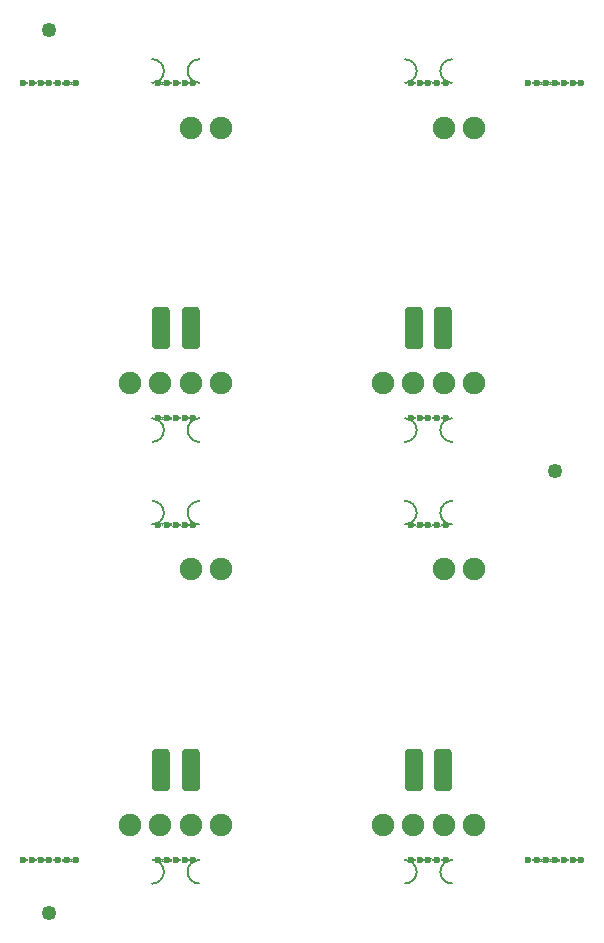
<source format=gbs>
G04 #@! TF.GenerationSoftware,KiCad,Pcbnew,(7.0.0-0)*
G04 #@! TF.CreationDate,2025-08-17T10:04:58+12:00*
G04 #@! TF.ProjectId,signal_panelized_X4,7369676e-616c-45f7-9061-6e656c697a65,rev?*
G04 #@! TF.SameCoordinates,Original*
G04 #@! TF.FileFunction,Soldermask,Bot*
G04 #@! TF.FilePolarity,Negative*
%FSLAX46Y46*%
G04 Gerber Fmt 4.6, Leading zero omitted, Abs format (unit mm)*
G04 Created by KiCad (PCBNEW (7.0.0-0)) date 2025-08-17 10:04:58*
%MOMM*%
%LPD*%
G01*
G04 APERTURE LIST*
G04 Aperture macros list*
%AMRoundRect*
0 Rectangle with rounded corners*
0 $1 Rounding radius*
0 $2 $3 $4 $5 $6 $7 $8 $9 X,Y pos of 4 corners*
0 Add a 4 corners polygon primitive as box body*
4,1,4,$2,$3,$4,$5,$6,$7,$8,$9,$2,$3,0*
0 Add four circle primitives for the rounded corners*
1,1,$1+$1,$2,$3*
1,1,$1+$1,$4,$5*
1,1,$1+$1,$6,$7*
1,1,$1+$1,$8,$9*
0 Add four rect primitives between the rounded corners*
20,1,$1+$1,$2,$3,$4,$5,0*
20,1,$1+$1,$4,$5,$6,$7,0*
20,1,$1+$1,$6,$7,$8,$9,0*
20,1,$1+$1,$8,$9,$2,$3,0*%
G04 Aperture macros list end*
G04 #@! TA.AperFunction,Profile*
%ADD10C,0.150000*%
G04 #@! TD*
%ADD11C,1.900000*%
%ADD12RoundRect,0.425000X-0.375000X-1.375000X0.375000X-1.375000X0.375000X1.375000X-0.375000X1.375000X0*%
%ADD13C,0.600000*%
%ADD14C,1.252000*%
G04 APERTURE END LIST*
D10*
X156050036Y-126850003D02*
G75*
G03*
X156050036Y-128850001I-19J-999999D01*
G01*
X152050000Y-128849998D02*
G75*
G03*
X152050000Y-126850002I20J999998D01*
G01*
X173449964Y-61049997D02*
G75*
G03*
X173449964Y-59049999I19J999999D01*
G01*
X177450000Y-59050002D02*
G75*
G03*
X177450000Y-61049998I-20J-999998D01*
G01*
X152049964Y-98449997D02*
G75*
G03*
X152049964Y-96449999I19J999999D01*
G01*
X156050000Y-96450002D02*
G75*
G03*
X156050000Y-98449998I-20J-999998D01*
G01*
X177450036Y-89450003D02*
G75*
G03*
X177450036Y-91450001I-19J-999999D01*
G01*
X173450000Y-91449998D02*
G75*
G03*
X173450000Y-89450002I20J999998D01*
G01*
X177450036Y-126850003D02*
G75*
G03*
X177450036Y-128850001I-19J-999999D01*
G01*
X173450000Y-128849998D02*
G75*
G03*
X173450000Y-126850002I20J999998D01*
G01*
X173449964Y-98449997D02*
G75*
G03*
X173449964Y-96449999I19J999999D01*
G01*
X177450000Y-96450002D02*
G75*
G03*
X177450000Y-98449998I-20J-999998D01*
G01*
X152049964Y-61049997D02*
G75*
G03*
X152049964Y-59049999I19J999999D01*
G01*
X156050000Y-59050002D02*
G75*
G03*
X156050000Y-61049998I-20J-999998D01*
G01*
X156050036Y-89450003D02*
G75*
G03*
X156050036Y-91450001I-19J-999999D01*
G01*
X152050000Y-91449998D02*
G75*
G03*
X152050000Y-89450002I20J999998D01*
G01*
D11*
X174120000Y-123850000D03*
X171580000Y-123850000D03*
X176780000Y-102250000D03*
X179320000Y-102250000D03*
D12*
X176700000Y-119200000D03*
X174200000Y-119200000D03*
D11*
X176780000Y-123850000D03*
X179320000Y-123850000D03*
X155380000Y-123850000D03*
X157920000Y-123850000D03*
X155380000Y-102250000D03*
X157920000Y-102250000D03*
X152720000Y-123850000D03*
X150180000Y-123850000D03*
D12*
X155300000Y-119200000D03*
X152800000Y-119200000D03*
D13*
X141100000Y-61050000D03*
X141850000Y-61050000D03*
X142600000Y-61050000D03*
X143350000Y-61050000D03*
X144100000Y-61050000D03*
X144850000Y-61050000D03*
X145600000Y-61050000D03*
X155550000Y-126850000D03*
X154800000Y-126850002D03*
X154050018Y-126850002D03*
X153300000Y-126850002D03*
X152550000Y-126850002D03*
D14*
X143350000Y-131350000D03*
D13*
X183900000Y-126850000D03*
X184650000Y-126850000D03*
X185400000Y-126850000D03*
X186150000Y-126850000D03*
X186900000Y-126850000D03*
X187650000Y-126850000D03*
X188400000Y-126850000D03*
D14*
X143350000Y-56550000D03*
D13*
X173950000Y-61050000D03*
X174700000Y-61049998D03*
X175449982Y-61049998D03*
X176200000Y-61049998D03*
X176950000Y-61049998D03*
X152550000Y-98450000D03*
X153300000Y-98449998D03*
X154049982Y-98449998D03*
X154800000Y-98449998D03*
X155550000Y-98449998D03*
D14*
X186150000Y-93950000D03*
D13*
X176950000Y-89450000D03*
X176200000Y-89450002D03*
X175450018Y-89450002D03*
X174700000Y-89450002D03*
X173950000Y-89450002D03*
X176950000Y-126850000D03*
X176200000Y-126850002D03*
X175450018Y-126850002D03*
X174700000Y-126850002D03*
X173950000Y-126850002D03*
X173950000Y-98450000D03*
X174700000Y-98449998D03*
X175449982Y-98449998D03*
X176200000Y-98449998D03*
X176950000Y-98449998D03*
X141100000Y-126850000D03*
X141850000Y-126850000D03*
X142600000Y-126850000D03*
X143350000Y-126850000D03*
X144100000Y-126850000D03*
X144850000Y-126850000D03*
X145600000Y-126850000D03*
X152550000Y-61050000D03*
X153300000Y-61049998D03*
X154049982Y-61049998D03*
X154800000Y-61049998D03*
X155550000Y-61049998D03*
X183900000Y-61050000D03*
X184650000Y-61050000D03*
X185400000Y-61050000D03*
X186150000Y-61050000D03*
X186900000Y-61050000D03*
X187650000Y-61050000D03*
X188400000Y-61050000D03*
X155550000Y-89450000D03*
X154800000Y-89450002D03*
X154050018Y-89450002D03*
X153300000Y-89450002D03*
X152550000Y-89450002D03*
D12*
X176700000Y-81800000D03*
X174200000Y-81800000D03*
D11*
X176780000Y-64850000D03*
X179320000Y-64850000D03*
X176780000Y-86450000D03*
X179320000Y-86450000D03*
X174120000Y-86450000D03*
X171580000Y-86450000D03*
D12*
X155300000Y-81800000D03*
X152800000Y-81800000D03*
D11*
X152720000Y-86450000D03*
X150180000Y-86450000D03*
X155380000Y-64850000D03*
X157920000Y-64850000D03*
X155380000Y-86450000D03*
X157920000Y-86450000D03*
G36*
X175210615Y-126675990D02*
G01*
X175210555Y-126677878D01*
X175170018Y-126748089D01*
X175152049Y-126850002D01*
X175170018Y-126951914D01*
X175210555Y-127022124D01*
X175210615Y-127024012D01*
X175209076Y-127025108D01*
X175207312Y-127024434D01*
X175197229Y-127012798D01*
X175196921Y-127012319D01*
X175188831Y-126994603D01*
X175142543Y-126941184D01*
X175075009Y-126921354D01*
X175007474Y-126941184D01*
X174961186Y-126994603D01*
X174953096Y-127012319D01*
X174952788Y-127012798D01*
X174942707Y-127024431D01*
X174940943Y-127025105D01*
X174939404Y-127024009D01*
X174939464Y-127022121D01*
X174979999Y-126951914D01*
X174997968Y-126850002D01*
X174979999Y-126748089D01*
X174939464Y-126677882D01*
X174939404Y-126675994D01*
X174940943Y-126674898D01*
X174942708Y-126675572D01*
X174952788Y-126687205D01*
X174953095Y-126687684D01*
X174961186Y-126705400D01*
X175007475Y-126758819D01*
X175075009Y-126778648D01*
X175142542Y-126758819D01*
X175188831Y-126705400D01*
X175196922Y-126687684D01*
X175197229Y-126687205D01*
X175207311Y-126675568D01*
X175209076Y-126674894D01*
X175210615Y-126675990D01*
G37*
G36*
X153810615Y-126675990D02*
G01*
X153810555Y-126677878D01*
X153770018Y-126748089D01*
X153752049Y-126850002D01*
X153770018Y-126951914D01*
X153810555Y-127022124D01*
X153810615Y-127024012D01*
X153809076Y-127025108D01*
X153807312Y-127024434D01*
X153797229Y-127012798D01*
X153796921Y-127012319D01*
X153788831Y-126994603D01*
X153742543Y-126941184D01*
X153675009Y-126921354D01*
X153607474Y-126941184D01*
X153561186Y-126994603D01*
X153553096Y-127012319D01*
X153552788Y-127012798D01*
X153542707Y-127024431D01*
X153540943Y-127025105D01*
X153539404Y-127024009D01*
X153539464Y-127022121D01*
X153579999Y-126951914D01*
X153597968Y-126850002D01*
X153579999Y-126748089D01*
X153539464Y-126677882D01*
X153539404Y-126675994D01*
X153540943Y-126674898D01*
X153542708Y-126675572D01*
X153552788Y-126687205D01*
X153553095Y-126687684D01*
X153561186Y-126705400D01*
X153607475Y-126758819D01*
X153675009Y-126778648D01*
X153742542Y-126758819D01*
X153788831Y-126705400D01*
X153796922Y-126687684D01*
X153797229Y-126687205D01*
X153807311Y-126675568D01*
X153809076Y-126674894D01*
X153810615Y-126675990D01*
G37*
G36*
X175960597Y-126675990D02*
G01*
X175960537Y-126677878D01*
X175920000Y-126748089D01*
X175902031Y-126850002D01*
X175920000Y-126951914D01*
X175960536Y-127022122D01*
X175960596Y-127024010D01*
X175959057Y-127025106D01*
X175957293Y-127024432D01*
X175947211Y-127012797D01*
X175946903Y-127012318D01*
X175938807Y-126994591D01*
X175904101Y-126949582D01*
X175853309Y-126924609D01*
X175796709Y-126924609D01*
X175745916Y-126949582D01*
X175711210Y-126994591D01*
X175703114Y-127012318D01*
X175702806Y-127012797D01*
X175692726Y-127024428D01*
X175690962Y-127025102D01*
X175689423Y-127024006D01*
X175689483Y-127022118D01*
X175730017Y-126951914D01*
X175747986Y-126850002D01*
X175730017Y-126748089D01*
X175689482Y-126677882D01*
X175689422Y-126675994D01*
X175690961Y-126674898D01*
X175692725Y-126675572D01*
X175702806Y-126687206D01*
X175703114Y-126687685D01*
X175711186Y-126705360D01*
X175757475Y-126758780D01*
X175825009Y-126778609D01*
X175892542Y-126758780D01*
X175938831Y-126705360D01*
X175946903Y-126687685D01*
X175947210Y-126687206D01*
X175957293Y-126675568D01*
X175959058Y-126674894D01*
X175960597Y-126675990D01*
G37*
G36*
X174460598Y-126675990D02*
G01*
X174460538Y-126677878D01*
X174420000Y-126748089D01*
X174402031Y-126850002D01*
X174420000Y-126951914D01*
X174460536Y-127022122D01*
X174460596Y-127024010D01*
X174459057Y-127025106D01*
X174457293Y-127024432D01*
X174447211Y-127012797D01*
X174446903Y-127012318D01*
X174438823Y-126994625D01*
X174392532Y-126941203D01*
X174325000Y-126921374D01*
X174257467Y-126941203D01*
X174211176Y-126994625D01*
X174203096Y-127012318D01*
X174202788Y-127012797D01*
X174192708Y-127024428D01*
X174190944Y-127025102D01*
X174189405Y-127024006D01*
X174189465Y-127022118D01*
X174229999Y-126951914D01*
X174247968Y-126850002D01*
X174229999Y-126748089D01*
X174189463Y-126677881D01*
X174189403Y-126675993D01*
X174190942Y-126674897D01*
X174192706Y-126675571D01*
X174202789Y-126687207D01*
X174203097Y-126687686D01*
X174211178Y-126705380D01*
X174257466Y-126758799D01*
X174324999Y-126778628D01*
X174392533Y-126758799D01*
X174438821Y-126705380D01*
X174446902Y-126687686D01*
X174447209Y-126687207D01*
X174457294Y-126675568D01*
X174459059Y-126674894D01*
X174460598Y-126675990D01*
G37*
G36*
X154560597Y-126675990D02*
G01*
X154560537Y-126677878D01*
X154520000Y-126748089D01*
X154502031Y-126850002D01*
X154520000Y-126951914D01*
X154560536Y-127022122D01*
X154560596Y-127024010D01*
X154559057Y-127025106D01*
X154557293Y-127024432D01*
X154547211Y-127012797D01*
X154546903Y-127012318D01*
X154538807Y-126994591D01*
X154504101Y-126949582D01*
X154453309Y-126924609D01*
X154396709Y-126924609D01*
X154345916Y-126949582D01*
X154311210Y-126994591D01*
X154303114Y-127012318D01*
X154302806Y-127012797D01*
X154292726Y-127024428D01*
X154290962Y-127025102D01*
X154289423Y-127024006D01*
X154289483Y-127022118D01*
X154330017Y-126951914D01*
X154347986Y-126850002D01*
X154330017Y-126748089D01*
X154289482Y-126677882D01*
X154289422Y-126675994D01*
X154290961Y-126674898D01*
X154292725Y-126675572D01*
X154302806Y-126687206D01*
X154303114Y-126687685D01*
X154311186Y-126705360D01*
X154357475Y-126758780D01*
X154425009Y-126778609D01*
X154492542Y-126758780D01*
X154538831Y-126705360D01*
X154546903Y-126687685D01*
X154547210Y-126687206D01*
X154557293Y-126675568D01*
X154559058Y-126674894D01*
X154560597Y-126675990D01*
G37*
G36*
X153060598Y-126675990D02*
G01*
X153060538Y-126677878D01*
X153020000Y-126748089D01*
X153002031Y-126850002D01*
X153020000Y-126951914D01*
X153060536Y-127022122D01*
X153060596Y-127024010D01*
X153059057Y-127025106D01*
X153057293Y-127024432D01*
X153047211Y-127012797D01*
X153046903Y-127012318D01*
X153038823Y-126994625D01*
X152992532Y-126941203D01*
X152925000Y-126921374D01*
X152857467Y-126941203D01*
X152811176Y-126994625D01*
X152803096Y-127012318D01*
X152802788Y-127012797D01*
X152792708Y-127024428D01*
X152790944Y-127025102D01*
X152789405Y-127024006D01*
X152789465Y-127022118D01*
X152829999Y-126951914D01*
X152847968Y-126850002D01*
X152829999Y-126748089D01*
X152789463Y-126677881D01*
X152789403Y-126675993D01*
X152790942Y-126674897D01*
X152792706Y-126675571D01*
X152802789Y-126687207D01*
X152803097Y-126687686D01*
X152811178Y-126705380D01*
X152857466Y-126758799D01*
X152924999Y-126778628D01*
X152992533Y-126758799D01*
X153038821Y-126705380D01*
X153046902Y-126687686D01*
X153047209Y-126687207D01*
X153057294Y-126675568D01*
X153059059Y-126674894D01*
X153060598Y-126675990D01*
G37*
G36*
X188160598Y-126675988D02*
G01*
X188160538Y-126677876D01*
X188120000Y-126748087D01*
X188102031Y-126849999D01*
X188120000Y-126951912D01*
X188160536Y-127022120D01*
X188160596Y-127024008D01*
X188159057Y-127025104D01*
X188157293Y-127024430D01*
X188147211Y-127012795D01*
X188146903Y-127012316D01*
X188138823Y-126994623D01*
X188092532Y-126941201D01*
X188025000Y-126921372D01*
X187957467Y-126941201D01*
X187911176Y-126994623D01*
X187903096Y-127012316D01*
X187902788Y-127012795D01*
X187892708Y-127024426D01*
X187890944Y-127025100D01*
X187889405Y-127024004D01*
X187889465Y-127022116D01*
X187929999Y-126951912D01*
X187947968Y-126849999D01*
X187929999Y-126748087D01*
X187889463Y-126677879D01*
X187889403Y-126675991D01*
X187890942Y-126674895D01*
X187892706Y-126675569D01*
X187902789Y-126687205D01*
X187903097Y-126687684D01*
X187911178Y-126705378D01*
X187957466Y-126758797D01*
X188024999Y-126778626D01*
X188092533Y-126758797D01*
X188138821Y-126705378D01*
X188146902Y-126687684D01*
X188147209Y-126687205D01*
X188157294Y-126675566D01*
X188159059Y-126674892D01*
X188160598Y-126675988D01*
G37*
G36*
X187410598Y-126675988D02*
G01*
X187410538Y-126677876D01*
X187370000Y-126748087D01*
X187352031Y-126849999D01*
X187370000Y-126951912D01*
X187410536Y-127022120D01*
X187410596Y-127024008D01*
X187409057Y-127025104D01*
X187407293Y-127024430D01*
X187397211Y-127012795D01*
X187396903Y-127012316D01*
X187388823Y-126994623D01*
X187342532Y-126941201D01*
X187275000Y-126921372D01*
X187207467Y-126941201D01*
X187161176Y-126994623D01*
X187153096Y-127012316D01*
X187152788Y-127012795D01*
X187142708Y-127024426D01*
X187140944Y-127025100D01*
X187139405Y-127024004D01*
X187139465Y-127022116D01*
X187179999Y-126951912D01*
X187197968Y-126849999D01*
X187179999Y-126748087D01*
X187139463Y-126677879D01*
X187139403Y-126675991D01*
X187140942Y-126674895D01*
X187142706Y-126675569D01*
X187152789Y-126687205D01*
X187153097Y-126687684D01*
X187161178Y-126705378D01*
X187207466Y-126758797D01*
X187274999Y-126778626D01*
X187342533Y-126758797D01*
X187388821Y-126705378D01*
X187396902Y-126687684D01*
X187397209Y-126687205D01*
X187407294Y-126675566D01*
X187409059Y-126674892D01*
X187410598Y-126675988D01*
G37*
G36*
X186660598Y-126675988D02*
G01*
X186660538Y-126677876D01*
X186620000Y-126748087D01*
X186602031Y-126849999D01*
X186620000Y-126951912D01*
X186660536Y-127022120D01*
X186660596Y-127024008D01*
X186659057Y-127025104D01*
X186657293Y-127024430D01*
X186647211Y-127012795D01*
X186646903Y-127012316D01*
X186638823Y-126994623D01*
X186592532Y-126941201D01*
X186525000Y-126921372D01*
X186457467Y-126941201D01*
X186411176Y-126994623D01*
X186403096Y-127012316D01*
X186402788Y-127012795D01*
X186392708Y-127024426D01*
X186390944Y-127025100D01*
X186389405Y-127024004D01*
X186389465Y-127022116D01*
X186429999Y-126951912D01*
X186447968Y-126849999D01*
X186429999Y-126748087D01*
X186389463Y-126677879D01*
X186389403Y-126675991D01*
X186390942Y-126674895D01*
X186392706Y-126675569D01*
X186402789Y-126687205D01*
X186403097Y-126687684D01*
X186411178Y-126705378D01*
X186457466Y-126758797D01*
X186524999Y-126778626D01*
X186592533Y-126758797D01*
X186638821Y-126705378D01*
X186646902Y-126687684D01*
X186647209Y-126687205D01*
X186657294Y-126675566D01*
X186659059Y-126674892D01*
X186660598Y-126675988D01*
G37*
G36*
X185910598Y-126675988D02*
G01*
X185910538Y-126677876D01*
X185870000Y-126748087D01*
X185852031Y-126849999D01*
X185870000Y-126951912D01*
X185910536Y-127022120D01*
X185910596Y-127024008D01*
X185909057Y-127025104D01*
X185907293Y-127024430D01*
X185897211Y-127012795D01*
X185896903Y-127012316D01*
X185888823Y-126994623D01*
X185842532Y-126941201D01*
X185775000Y-126921372D01*
X185707467Y-126941201D01*
X185661176Y-126994623D01*
X185653096Y-127012316D01*
X185652788Y-127012795D01*
X185642708Y-127024426D01*
X185640944Y-127025100D01*
X185639405Y-127024004D01*
X185639465Y-127022116D01*
X185679999Y-126951912D01*
X185697968Y-126849999D01*
X185679999Y-126748087D01*
X185639463Y-126677879D01*
X185639403Y-126675991D01*
X185640942Y-126674895D01*
X185642706Y-126675569D01*
X185652789Y-126687205D01*
X185653097Y-126687684D01*
X185661178Y-126705378D01*
X185707466Y-126758797D01*
X185774999Y-126778626D01*
X185842533Y-126758797D01*
X185888821Y-126705378D01*
X185896902Y-126687684D01*
X185897209Y-126687205D01*
X185907294Y-126675566D01*
X185909059Y-126674892D01*
X185910598Y-126675988D01*
G37*
G36*
X185160598Y-126675988D02*
G01*
X185160538Y-126677876D01*
X185120000Y-126748087D01*
X185102031Y-126849999D01*
X185120000Y-126951912D01*
X185160536Y-127022120D01*
X185160596Y-127024008D01*
X185159057Y-127025104D01*
X185157293Y-127024430D01*
X185147211Y-127012795D01*
X185146903Y-127012316D01*
X185138823Y-126994623D01*
X185092532Y-126941201D01*
X185025000Y-126921372D01*
X184957467Y-126941201D01*
X184911176Y-126994623D01*
X184903096Y-127012316D01*
X184902788Y-127012795D01*
X184892708Y-127024426D01*
X184890944Y-127025100D01*
X184889405Y-127024004D01*
X184889465Y-127022116D01*
X184929999Y-126951912D01*
X184947968Y-126849999D01*
X184929999Y-126748087D01*
X184889463Y-126677879D01*
X184889403Y-126675991D01*
X184890942Y-126674895D01*
X184892706Y-126675569D01*
X184902789Y-126687205D01*
X184903097Y-126687684D01*
X184911178Y-126705378D01*
X184957466Y-126758797D01*
X185024999Y-126778626D01*
X185092533Y-126758797D01*
X185138821Y-126705378D01*
X185146902Y-126687684D01*
X185147209Y-126687205D01*
X185157294Y-126675566D01*
X185159059Y-126674892D01*
X185160598Y-126675988D01*
G37*
G36*
X184410598Y-126675988D02*
G01*
X184410538Y-126677876D01*
X184370000Y-126748087D01*
X184352031Y-126849999D01*
X184370000Y-126951912D01*
X184410536Y-127022120D01*
X184410596Y-127024008D01*
X184409057Y-127025104D01*
X184407293Y-127024430D01*
X184397211Y-127012795D01*
X184396903Y-127012316D01*
X184388823Y-126994623D01*
X184342532Y-126941201D01*
X184275000Y-126921372D01*
X184207467Y-126941201D01*
X184161176Y-126994623D01*
X184153096Y-127012316D01*
X184152788Y-127012795D01*
X184142708Y-127024426D01*
X184140944Y-127025100D01*
X184139405Y-127024004D01*
X184139465Y-127022116D01*
X184179999Y-126951912D01*
X184197968Y-126849999D01*
X184179999Y-126748087D01*
X184139463Y-126677879D01*
X184139403Y-126675991D01*
X184140942Y-126674895D01*
X184142706Y-126675569D01*
X184152789Y-126687205D01*
X184153097Y-126687684D01*
X184161178Y-126705378D01*
X184207466Y-126758797D01*
X184274999Y-126778626D01*
X184342533Y-126758797D01*
X184388821Y-126705378D01*
X184396902Y-126687684D01*
X184397209Y-126687205D01*
X184407294Y-126675566D01*
X184409059Y-126674892D01*
X184410598Y-126675988D01*
G37*
G36*
X176710597Y-126675988D02*
G01*
X176710537Y-126677876D01*
X176670000Y-126748087D01*
X176652031Y-126849999D01*
X176670000Y-126951912D01*
X176710536Y-127022120D01*
X176710596Y-127024008D01*
X176709057Y-127025104D01*
X176707293Y-127024430D01*
X176697210Y-127012794D01*
X176696902Y-127012315D01*
X176688821Y-126994621D01*
X176642532Y-126941202D01*
X176574999Y-126921373D01*
X176507466Y-126941203D01*
X176461175Y-126994625D01*
X176453094Y-127012320D01*
X176452786Y-127012799D01*
X176442709Y-127024428D01*
X176440945Y-127025102D01*
X176439406Y-127024006D01*
X176439466Y-127022118D01*
X176479999Y-126951914D01*
X176497968Y-126850002D01*
X176479999Y-126748089D01*
X176439462Y-126677879D01*
X176439402Y-126675991D01*
X176440941Y-126674895D01*
X176442705Y-126675569D01*
X176452788Y-126687205D01*
X176453096Y-126687684D01*
X176461176Y-126705378D01*
X176507464Y-126758797D01*
X176574997Y-126778627D01*
X176642531Y-126758799D01*
X176688820Y-126705381D01*
X176696903Y-126687683D01*
X176697210Y-126687204D01*
X176707293Y-126675566D01*
X176709058Y-126674892D01*
X176710597Y-126675988D01*
G37*
G36*
X155310597Y-126675988D02*
G01*
X155310537Y-126677876D01*
X155270000Y-126748087D01*
X155252031Y-126849999D01*
X155270000Y-126951912D01*
X155310536Y-127022120D01*
X155310596Y-127024008D01*
X155309057Y-127025104D01*
X155307293Y-127024430D01*
X155297210Y-127012794D01*
X155296902Y-127012315D01*
X155288821Y-126994621D01*
X155242532Y-126941202D01*
X155174999Y-126921373D01*
X155107466Y-126941203D01*
X155061175Y-126994625D01*
X155053094Y-127012320D01*
X155052786Y-127012799D01*
X155042709Y-127024428D01*
X155040945Y-127025102D01*
X155039406Y-127024006D01*
X155039466Y-127022118D01*
X155079999Y-126951914D01*
X155097968Y-126850002D01*
X155079999Y-126748089D01*
X155039462Y-126677879D01*
X155039402Y-126675991D01*
X155040941Y-126674895D01*
X155042705Y-126675569D01*
X155052788Y-126687205D01*
X155053096Y-126687684D01*
X155061176Y-126705378D01*
X155107464Y-126758797D01*
X155174997Y-126778627D01*
X155242531Y-126758799D01*
X155288820Y-126705381D01*
X155296903Y-126687683D01*
X155297210Y-126687204D01*
X155307293Y-126675566D01*
X155309058Y-126674892D01*
X155310597Y-126675988D01*
G37*
G36*
X145360598Y-126675988D02*
G01*
X145360538Y-126677876D01*
X145320000Y-126748087D01*
X145302031Y-126849999D01*
X145320000Y-126951912D01*
X145360536Y-127022120D01*
X145360596Y-127024008D01*
X145359057Y-127025104D01*
X145357293Y-127024430D01*
X145347211Y-127012795D01*
X145346903Y-127012316D01*
X145338823Y-126994623D01*
X145292532Y-126941201D01*
X145225000Y-126921372D01*
X145157467Y-126941201D01*
X145111176Y-126994623D01*
X145103096Y-127012316D01*
X145102788Y-127012795D01*
X145092708Y-127024426D01*
X145090944Y-127025100D01*
X145089405Y-127024004D01*
X145089465Y-127022116D01*
X145129999Y-126951912D01*
X145147968Y-126849999D01*
X145129999Y-126748087D01*
X145089463Y-126677879D01*
X145089403Y-126675991D01*
X145090942Y-126674895D01*
X145092706Y-126675569D01*
X145102789Y-126687205D01*
X145103097Y-126687684D01*
X145111178Y-126705378D01*
X145157466Y-126758797D01*
X145224999Y-126778626D01*
X145292533Y-126758797D01*
X145338821Y-126705378D01*
X145346902Y-126687684D01*
X145347209Y-126687205D01*
X145357294Y-126675566D01*
X145359059Y-126674892D01*
X145360598Y-126675988D01*
G37*
G36*
X144610598Y-126675988D02*
G01*
X144610538Y-126677876D01*
X144570000Y-126748087D01*
X144552031Y-126849999D01*
X144570000Y-126951912D01*
X144610536Y-127022120D01*
X144610596Y-127024008D01*
X144609057Y-127025104D01*
X144607293Y-127024430D01*
X144597211Y-127012795D01*
X144596903Y-127012316D01*
X144588823Y-126994623D01*
X144542532Y-126941201D01*
X144475000Y-126921372D01*
X144407467Y-126941201D01*
X144361176Y-126994623D01*
X144353096Y-127012316D01*
X144352788Y-127012795D01*
X144342708Y-127024426D01*
X144340944Y-127025100D01*
X144339405Y-127024004D01*
X144339465Y-127022116D01*
X144379999Y-126951912D01*
X144397968Y-126849999D01*
X144379999Y-126748087D01*
X144339463Y-126677879D01*
X144339403Y-126675991D01*
X144340942Y-126674895D01*
X144342706Y-126675569D01*
X144352789Y-126687205D01*
X144353097Y-126687684D01*
X144361178Y-126705378D01*
X144407466Y-126758797D01*
X144474999Y-126778626D01*
X144542533Y-126758797D01*
X144588821Y-126705378D01*
X144596902Y-126687684D01*
X144597209Y-126687205D01*
X144607294Y-126675566D01*
X144609059Y-126674892D01*
X144610598Y-126675988D01*
G37*
G36*
X143860598Y-126675988D02*
G01*
X143860538Y-126677876D01*
X143820000Y-126748087D01*
X143802031Y-126849999D01*
X143820000Y-126951912D01*
X143860536Y-127022120D01*
X143860596Y-127024008D01*
X143859057Y-127025104D01*
X143857293Y-127024430D01*
X143847211Y-127012795D01*
X143846903Y-127012316D01*
X143838823Y-126994623D01*
X143792532Y-126941201D01*
X143725000Y-126921372D01*
X143657467Y-126941201D01*
X143611176Y-126994623D01*
X143603096Y-127012316D01*
X143602788Y-127012795D01*
X143592708Y-127024426D01*
X143590944Y-127025100D01*
X143589405Y-127024004D01*
X143589465Y-127022116D01*
X143629999Y-126951912D01*
X143647968Y-126849999D01*
X143629999Y-126748087D01*
X143589463Y-126677879D01*
X143589403Y-126675991D01*
X143590942Y-126674895D01*
X143592706Y-126675569D01*
X143602789Y-126687205D01*
X143603097Y-126687684D01*
X143611178Y-126705378D01*
X143657466Y-126758797D01*
X143724999Y-126778626D01*
X143792533Y-126758797D01*
X143838821Y-126705378D01*
X143846902Y-126687684D01*
X143847209Y-126687205D01*
X143857294Y-126675566D01*
X143859059Y-126674892D01*
X143860598Y-126675988D01*
G37*
G36*
X143110598Y-126675988D02*
G01*
X143110538Y-126677876D01*
X143070000Y-126748087D01*
X143052031Y-126849999D01*
X143070000Y-126951912D01*
X143110536Y-127022120D01*
X143110596Y-127024008D01*
X143109057Y-127025104D01*
X143107293Y-127024430D01*
X143097211Y-127012795D01*
X143096903Y-127012316D01*
X143088823Y-126994623D01*
X143042532Y-126941201D01*
X142975000Y-126921372D01*
X142907467Y-126941201D01*
X142861176Y-126994623D01*
X142853096Y-127012316D01*
X142852788Y-127012795D01*
X142842708Y-127024426D01*
X142840944Y-127025100D01*
X142839405Y-127024004D01*
X142839465Y-127022116D01*
X142879999Y-126951912D01*
X142897968Y-126849999D01*
X142879999Y-126748087D01*
X142839463Y-126677879D01*
X142839403Y-126675991D01*
X142840942Y-126674895D01*
X142842706Y-126675569D01*
X142852789Y-126687205D01*
X142853097Y-126687684D01*
X142861178Y-126705378D01*
X142907466Y-126758797D01*
X142974999Y-126778626D01*
X143042533Y-126758797D01*
X143088821Y-126705378D01*
X143096902Y-126687684D01*
X143097209Y-126687205D01*
X143107294Y-126675566D01*
X143109059Y-126674892D01*
X143110598Y-126675988D01*
G37*
G36*
X142360598Y-126675988D02*
G01*
X142360538Y-126677876D01*
X142320000Y-126748087D01*
X142302031Y-126849999D01*
X142320000Y-126951912D01*
X142360536Y-127022120D01*
X142360596Y-127024008D01*
X142359057Y-127025104D01*
X142357293Y-127024430D01*
X142347211Y-127012795D01*
X142346903Y-127012316D01*
X142338823Y-126994623D01*
X142292532Y-126941201D01*
X142225000Y-126921372D01*
X142157467Y-126941201D01*
X142111176Y-126994623D01*
X142103096Y-127012316D01*
X142102788Y-127012795D01*
X142092708Y-127024426D01*
X142090944Y-127025100D01*
X142089405Y-127024004D01*
X142089465Y-127022116D01*
X142129999Y-126951912D01*
X142147968Y-126849999D01*
X142129999Y-126748087D01*
X142089463Y-126677879D01*
X142089403Y-126675991D01*
X142090942Y-126674895D01*
X142092706Y-126675569D01*
X142102789Y-126687205D01*
X142103097Y-126687684D01*
X142111178Y-126705378D01*
X142157466Y-126758797D01*
X142224999Y-126778626D01*
X142292533Y-126758797D01*
X142338821Y-126705378D01*
X142346902Y-126687684D01*
X142347209Y-126687205D01*
X142357294Y-126675566D01*
X142359059Y-126674892D01*
X142360598Y-126675988D01*
G37*
G36*
X141610598Y-126675988D02*
G01*
X141610538Y-126677876D01*
X141570000Y-126748087D01*
X141552031Y-126849999D01*
X141570000Y-126951912D01*
X141610536Y-127022120D01*
X141610596Y-127024008D01*
X141609057Y-127025104D01*
X141607293Y-127024430D01*
X141597211Y-127012795D01*
X141596903Y-127012316D01*
X141588823Y-126994623D01*
X141542532Y-126941201D01*
X141475000Y-126921372D01*
X141407467Y-126941201D01*
X141361176Y-126994623D01*
X141353096Y-127012316D01*
X141352788Y-127012795D01*
X141342708Y-127024426D01*
X141340944Y-127025100D01*
X141339405Y-127024004D01*
X141339465Y-127022116D01*
X141379999Y-126951912D01*
X141397968Y-126849999D01*
X141379999Y-126748087D01*
X141339463Y-126677879D01*
X141339403Y-126675991D01*
X141340942Y-126674895D01*
X141342706Y-126675569D01*
X141352789Y-126687205D01*
X141353097Y-126687684D01*
X141361178Y-126705378D01*
X141407466Y-126758797D01*
X141474999Y-126778626D01*
X141542533Y-126758797D01*
X141588821Y-126705378D01*
X141596902Y-126687684D01*
X141597209Y-126687205D01*
X141607294Y-126675566D01*
X141609059Y-126674892D01*
X141610598Y-126675988D01*
G37*
G36*
X175960597Y-98275986D02*
G01*
X175960537Y-98277874D01*
X175920000Y-98348085D01*
X175902031Y-98449997D01*
X175920000Y-98551910D01*
X175960537Y-98622120D01*
X175960597Y-98624008D01*
X175959058Y-98625104D01*
X175957294Y-98624430D01*
X175947211Y-98612794D01*
X175946903Y-98612315D01*
X175938813Y-98594599D01*
X175892525Y-98541180D01*
X175824991Y-98521350D01*
X175757456Y-98541180D01*
X175711168Y-98594599D01*
X175703078Y-98612315D01*
X175702770Y-98612794D01*
X175692689Y-98624427D01*
X175690925Y-98625101D01*
X175689386Y-98624005D01*
X175689446Y-98622117D01*
X175729981Y-98551910D01*
X175747950Y-98449997D01*
X175729981Y-98348085D01*
X175689446Y-98277878D01*
X175689386Y-98275990D01*
X175690925Y-98274894D01*
X175692690Y-98275568D01*
X175702770Y-98287201D01*
X175703077Y-98287680D01*
X175711168Y-98305396D01*
X175757457Y-98358815D01*
X175824991Y-98378644D01*
X175892524Y-98358815D01*
X175938813Y-98305396D01*
X175946904Y-98287680D01*
X175947211Y-98287201D01*
X175957293Y-98275564D01*
X175959058Y-98274890D01*
X175960597Y-98275986D01*
G37*
G36*
X154560597Y-98275986D02*
G01*
X154560537Y-98277874D01*
X154520000Y-98348085D01*
X154502031Y-98449997D01*
X154520000Y-98551910D01*
X154560537Y-98622120D01*
X154560597Y-98624008D01*
X154559058Y-98625104D01*
X154557294Y-98624430D01*
X154547211Y-98612794D01*
X154546903Y-98612315D01*
X154538813Y-98594599D01*
X154492525Y-98541180D01*
X154424991Y-98521350D01*
X154357456Y-98541180D01*
X154311168Y-98594599D01*
X154303078Y-98612315D01*
X154302770Y-98612794D01*
X154292689Y-98624427D01*
X154290925Y-98625101D01*
X154289386Y-98624005D01*
X154289446Y-98622117D01*
X154329981Y-98551910D01*
X154347950Y-98449997D01*
X154329981Y-98348085D01*
X154289446Y-98277878D01*
X154289386Y-98275990D01*
X154290925Y-98274894D01*
X154292690Y-98275568D01*
X154302770Y-98287201D01*
X154303077Y-98287680D01*
X154311168Y-98305396D01*
X154357457Y-98358815D01*
X154424991Y-98378644D01*
X154492524Y-98358815D01*
X154538813Y-98305396D01*
X154546904Y-98287680D01*
X154547211Y-98287201D01*
X154557293Y-98275564D01*
X154559058Y-98274890D01*
X154560597Y-98275986D01*
G37*
G36*
X176710598Y-98275986D02*
G01*
X176710538Y-98277874D01*
X176670000Y-98348085D01*
X176652031Y-98449997D01*
X176670000Y-98551910D01*
X176710536Y-98622118D01*
X176710596Y-98624006D01*
X176709057Y-98625102D01*
X176707293Y-98624428D01*
X176697211Y-98612793D01*
X176696903Y-98612314D01*
X176688823Y-98594621D01*
X176642532Y-98541199D01*
X176575000Y-98521370D01*
X176507467Y-98541199D01*
X176461176Y-98594621D01*
X176453096Y-98612314D01*
X176452788Y-98612793D01*
X176442708Y-98624424D01*
X176440944Y-98625098D01*
X176439405Y-98624002D01*
X176439465Y-98622114D01*
X176479999Y-98551910D01*
X176497968Y-98449997D01*
X176479999Y-98348085D01*
X176439463Y-98277877D01*
X176439403Y-98275989D01*
X176440942Y-98274893D01*
X176442706Y-98275567D01*
X176452789Y-98287203D01*
X176453097Y-98287682D01*
X176461178Y-98305376D01*
X176507466Y-98358795D01*
X176575000Y-98378624D01*
X176642533Y-98358795D01*
X176688821Y-98305376D01*
X176696902Y-98287682D01*
X176697209Y-98287203D01*
X176707294Y-98275564D01*
X176709059Y-98274890D01*
X176710598Y-98275986D01*
G37*
G36*
X175210579Y-98275986D02*
G01*
X175210519Y-98277874D01*
X175169982Y-98348085D01*
X175152013Y-98449997D01*
X175169982Y-98551910D01*
X175210518Y-98622118D01*
X175210578Y-98624006D01*
X175209039Y-98625102D01*
X175207275Y-98624428D01*
X175197193Y-98612793D01*
X175196885Y-98612314D01*
X175188789Y-98594587D01*
X175154083Y-98549578D01*
X175103291Y-98524605D01*
X175046691Y-98524605D01*
X174995898Y-98549578D01*
X174961192Y-98594587D01*
X174953096Y-98612314D01*
X174952788Y-98612793D01*
X174942708Y-98624424D01*
X174940944Y-98625098D01*
X174939405Y-98624002D01*
X174939465Y-98622114D01*
X174979999Y-98551910D01*
X174997968Y-98449997D01*
X174979999Y-98348085D01*
X174939464Y-98277878D01*
X174939404Y-98275990D01*
X174940943Y-98274894D01*
X174942707Y-98275568D01*
X174952788Y-98287202D01*
X174953096Y-98287681D01*
X174961168Y-98305356D01*
X175007457Y-98358776D01*
X175074991Y-98378605D01*
X175142524Y-98358776D01*
X175188813Y-98305356D01*
X175196885Y-98287681D01*
X175197192Y-98287202D01*
X175207275Y-98275564D01*
X175209040Y-98274890D01*
X175210579Y-98275986D01*
G37*
G36*
X174460597Y-98275986D02*
G01*
X174460537Y-98277874D01*
X174420000Y-98348085D01*
X174402031Y-98449997D01*
X174420000Y-98551910D01*
X174460536Y-98622118D01*
X174460596Y-98624006D01*
X174459057Y-98625102D01*
X174457293Y-98624428D01*
X174447210Y-98612792D01*
X174446902Y-98612313D01*
X174438821Y-98594619D01*
X174392532Y-98541200D01*
X174324999Y-98521371D01*
X174257466Y-98541201D01*
X174211175Y-98594623D01*
X174203094Y-98612318D01*
X174202786Y-98612797D01*
X174192709Y-98624426D01*
X174190945Y-98625100D01*
X174189406Y-98624004D01*
X174189466Y-98622116D01*
X174229999Y-98551912D01*
X174247968Y-98450000D01*
X174229999Y-98348087D01*
X174189462Y-98277877D01*
X174189402Y-98275989D01*
X174190941Y-98274893D01*
X174192705Y-98275567D01*
X174202788Y-98287203D01*
X174203096Y-98287682D01*
X174211176Y-98305376D01*
X174257464Y-98358795D01*
X174324997Y-98378625D01*
X174392531Y-98358797D01*
X174438820Y-98305379D01*
X174446903Y-98287681D01*
X174447210Y-98287202D01*
X174457293Y-98275564D01*
X174459058Y-98274890D01*
X174460597Y-98275986D01*
G37*
G36*
X155310598Y-98275986D02*
G01*
X155310538Y-98277874D01*
X155270000Y-98348085D01*
X155252031Y-98449997D01*
X155270000Y-98551910D01*
X155310536Y-98622118D01*
X155310596Y-98624006D01*
X155309057Y-98625102D01*
X155307293Y-98624428D01*
X155297211Y-98612793D01*
X155296903Y-98612314D01*
X155288823Y-98594621D01*
X155242532Y-98541199D01*
X155175000Y-98521370D01*
X155107467Y-98541199D01*
X155061176Y-98594621D01*
X155053096Y-98612314D01*
X155052788Y-98612793D01*
X155042708Y-98624424D01*
X155040944Y-98625098D01*
X155039405Y-98624002D01*
X155039465Y-98622114D01*
X155079999Y-98551910D01*
X155097968Y-98449997D01*
X155079999Y-98348085D01*
X155039463Y-98277877D01*
X155039403Y-98275989D01*
X155040942Y-98274893D01*
X155042706Y-98275567D01*
X155052789Y-98287203D01*
X155053097Y-98287682D01*
X155061178Y-98305376D01*
X155107466Y-98358795D01*
X155175000Y-98378624D01*
X155242533Y-98358795D01*
X155288821Y-98305376D01*
X155296902Y-98287682D01*
X155297209Y-98287203D01*
X155307294Y-98275564D01*
X155309059Y-98274890D01*
X155310598Y-98275986D01*
G37*
G36*
X153810579Y-98275986D02*
G01*
X153810519Y-98277874D01*
X153769982Y-98348085D01*
X153752013Y-98449997D01*
X153769982Y-98551910D01*
X153810518Y-98622118D01*
X153810578Y-98624006D01*
X153809039Y-98625102D01*
X153807275Y-98624428D01*
X153797193Y-98612793D01*
X153796885Y-98612314D01*
X153788789Y-98594587D01*
X153754083Y-98549578D01*
X153703291Y-98524605D01*
X153646691Y-98524605D01*
X153595898Y-98549578D01*
X153561192Y-98594587D01*
X153553096Y-98612314D01*
X153552788Y-98612793D01*
X153542708Y-98624424D01*
X153540944Y-98625098D01*
X153539405Y-98624002D01*
X153539465Y-98622114D01*
X153579999Y-98551910D01*
X153597968Y-98449997D01*
X153579999Y-98348085D01*
X153539464Y-98277878D01*
X153539404Y-98275990D01*
X153540943Y-98274894D01*
X153542707Y-98275568D01*
X153552788Y-98287202D01*
X153553096Y-98287681D01*
X153561168Y-98305356D01*
X153607457Y-98358776D01*
X153674991Y-98378605D01*
X153742524Y-98358776D01*
X153788813Y-98305356D01*
X153796885Y-98287681D01*
X153797192Y-98287202D01*
X153807275Y-98275564D01*
X153809040Y-98274890D01*
X153810579Y-98275986D01*
G37*
G36*
X153060597Y-98275986D02*
G01*
X153060537Y-98277874D01*
X153020000Y-98348085D01*
X153002031Y-98449997D01*
X153020000Y-98551910D01*
X153060536Y-98622118D01*
X153060596Y-98624006D01*
X153059057Y-98625102D01*
X153057293Y-98624428D01*
X153047210Y-98612792D01*
X153046902Y-98612313D01*
X153038821Y-98594619D01*
X152992532Y-98541200D01*
X152924999Y-98521371D01*
X152857466Y-98541201D01*
X152811175Y-98594623D01*
X152803094Y-98612318D01*
X152802786Y-98612797D01*
X152792709Y-98624426D01*
X152790945Y-98625100D01*
X152789406Y-98624004D01*
X152789466Y-98622116D01*
X152829999Y-98551912D01*
X152847968Y-98450000D01*
X152829999Y-98348087D01*
X152789462Y-98277877D01*
X152789402Y-98275989D01*
X152790941Y-98274893D01*
X152792705Y-98275567D01*
X152802788Y-98287203D01*
X152803096Y-98287682D01*
X152811176Y-98305376D01*
X152857464Y-98358795D01*
X152924997Y-98378625D01*
X152992531Y-98358797D01*
X153038820Y-98305379D01*
X153046903Y-98287681D01*
X153047210Y-98287202D01*
X153057293Y-98275564D01*
X153059058Y-98274890D01*
X153060597Y-98275986D01*
G37*
G36*
X175210615Y-89275990D02*
G01*
X175210555Y-89277878D01*
X175170018Y-89348089D01*
X175152049Y-89450002D01*
X175170018Y-89551914D01*
X175210555Y-89622124D01*
X175210615Y-89624012D01*
X175209076Y-89625108D01*
X175207312Y-89624434D01*
X175197229Y-89612798D01*
X175196921Y-89612319D01*
X175188831Y-89594603D01*
X175142543Y-89541184D01*
X175075009Y-89521354D01*
X175007474Y-89541184D01*
X174961186Y-89594603D01*
X174953096Y-89612319D01*
X174952788Y-89612798D01*
X174942707Y-89624431D01*
X174940943Y-89625105D01*
X174939404Y-89624009D01*
X174939464Y-89622121D01*
X174979999Y-89551914D01*
X174997968Y-89450002D01*
X174979999Y-89348089D01*
X174939464Y-89277882D01*
X174939404Y-89275994D01*
X174940943Y-89274898D01*
X174942708Y-89275572D01*
X174952788Y-89287205D01*
X174953095Y-89287684D01*
X174961186Y-89305400D01*
X175007475Y-89358819D01*
X175075009Y-89378648D01*
X175142542Y-89358819D01*
X175188831Y-89305400D01*
X175196922Y-89287684D01*
X175197229Y-89287205D01*
X175207311Y-89275568D01*
X175209076Y-89274894D01*
X175210615Y-89275990D01*
G37*
G36*
X153810615Y-89275990D02*
G01*
X153810555Y-89277878D01*
X153770018Y-89348089D01*
X153752049Y-89450002D01*
X153770018Y-89551914D01*
X153810555Y-89622124D01*
X153810615Y-89624012D01*
X153809076Y-89625108D01*
X153807312Y-89624434D01*
X153797229Y-89612798D01*
X153796921Y-89612319D01*
X153788831Y-89594603D01*
X153742543Y-89541184D01*
X153675009Y-89521354D01*
X153607474Y-89541184D01*
X153561186Y-89594603D01*
X153553096Y-89612319D01*
X153552788Y-89612798D01*
X153542707Y-89624431D01*
X153540943Y-89625105D01*
X153539404Y-89624009D01*
X153539464Y-89622121D01*
X153579999Y-89551914D01*
X153597968Y-89450002D01*
X153579999Y-89348089D01*
X153539464Y-89277882D01*
X153539404Y-89275994D01*
X153540943Y-89274898D01*
X153542708Y-89275572D01*
X153552788Y-89287205D01*
X153553095Y-89287684D01*
X153561186Y-89305400D01*
X153607475Y-89358819D01*
X153675009Y-89378648D01*
X153742542Y-89358819D01*
X153788831Y-89305400D01*
X153796922Y-89287684D01*
X153797229Y-89287205D01*
X153807311Y-89275568D01*
X153809076Y-89274894D01*
X153810615Y-89275990D01*
G37*
G36*
X175960597Y-89275990D02*
G01*
X175960537Y-89277878D01*
X175920000Y-89348089D01*
X175902031Y-89450002D01*
X175920000Y-89551914D01*
X175960536Y-89622122D01*
X175960596Y-89624010D01*
X175959057Y-89625106D01*
X175957293Y-89624432D01*
X175947211Y-89612797D01*
X175946903Y-89612318D01*
X175938807Y-89594591D01*
X175904101Y-89549582D01*
X175853309Y-89524609D01*
X175796709Y-89524609D01*
X175745916Y-89549582D01*
X175711210Y-89594591D01*
X175703114Y-89612318D01*
X175702806Y-89612797D01*
X175692726Y-89624428D01*
X175690962Y-89625102D01*
X175689423Y-89624006D01*
X175689483Y-89622118D01*
X175730017Y-89551914D01*
X175747986Y-89450002D01*
X175730017Y-89348089D01*
X175689482Y-89277882D01*
X175689422Y-89275994D01*
X175690961Y-89274898D01*
X175692725Y-89275572D01*
X175702806Y-89287206D01*
X175703114Y-89287685D01*
X175711186Y-89305360D01*
X175757475Y-89358780D01*
X175825009Y-89378609D01*
X175892542Y-89358780D01*
X175938831Y-89305360D01*
X175946903Y-89287685D01*
X175947210Y-89287206D01*
X175957293Y-89275568D01*
X175959058Y-89274894D01*
X175960597Y-89275990D01*
G37*
G36*
X174460598Y-89275990D02*
G01*
X174460538Y-89277878D01*
X174420000Y-89348089D01*
X174402031Y-89450002D01*
X174420000Y-89551914D01*
X174460536Y-89622122D01*
X174460596Y-89624010D01*
X174459057Y-89625106D01*
X174457293Y-89624432D01*
X174447211Y-89612797D01*
X174446903Y-89612318D01*
X174438823Y-89594625D01*
X174392532Y-89541203D01*
X174325000Y-89521374D01*
X174257467Y-89541203D01*
X174211176Y-89594625D01*
X174203096Y-89612318D01*
X174202788Y-89612797D01*
X174192708Y-89624428D01*
X174190944Y-89625102D01*
X174189405Y-89624006D01*
X174189465Y-89622118D01*
X174229999Y-89551914D01*
X174247968Y-89450002D01*
X174229999Y-89348089D01*
X174189463Y-89277881D01*
X174189403Y-89275993D01*
X174190942Y-89274897D01*
X174192706Y-89275571D01*
X174202789Y-89287207D01*
X174203097Y-89287686D01*
X174211178Y-89305380D01*
X174257466Y-89358799D01*
X174325000Y-89378628D01*
X174392533Y-89358799D01*
X174438821Y-89305380D01*
X174446902Y-89287686D01*
X174447209Y-89287207D01*
X174457294Y-89275568D01*
X174459059Y-89274894D01*
X174460598Y-89275990D01*
G37*
G36*
X154560597Y-89275990D02*
G01*
X154560537Y-89277878D01*
X154520000Y-89348089D01*
X154502031Y-89450002D01*
X154520000Y-89551914D01*
X154560536Y-89622122D01*
X154560596Y-89624010D01*
X154559057Y-89625106D01*
X154557293Y-89624432D01*
X154547211Y-89612797D01*
X154546903Y-89612318D01*
X154538807Y-89594591D01*
X154504101Y-89549582D01*
X154453309Y-89524609D01*
X154396709Y-89524609D01*
X154345916Y-89549582D01*
X154311210Y-89594591D01*
X154303114Y-89612318D01*
X154302806Y-89612797D01*
X154292726Y-89624428D01*
X154290962Y-89625102D01*
X154289423Y-89624006D01*
X154289483Y-89622118D01*
X154330017Y-89551914D01*
X154347986Y-89450002D01*
X154330017Y-89348089D01*
X154289482Y-89277882D01*
X154289422Y-89275994D01*
X154290961Y-89274898D01*
X154292725Y-89275572D01*
X154302806Y-89287206D01*
X154303114Y-89287685D01*
X154311186Y-89305360D01*
X154357475Y-89358780D01*
X154425009Y-89378609D01*
X154492542Y-89358780D01*
X154538831Y-89305360D01*
X154546903Y-89287685D01*
X154547210Y-89287206D01*
X154557293Y-89275568D01*
X154559058Y-89274894D01*
X154560597Y-89275990D01*
G37*
G36*
X153060598Y-89275990D02*
G01*
X153060538Y-89277878D01*
X153020000Y-89348089D01*
X153002031Y-89450002D01*
X153020000Y-89551914D01*
X153060536Y-89622122D01*
X153060596Y-89624010D01*
X153059057Y-89625106D01*
X153057293Y-89624432D01*
X153047211Y-89612797D01*
X153046903Y-89612318D01*
X153038823Y-89594625D01*
X152992532Y-89541203D01*
X152925000Y-89521374D01*
X152857467Y-89541203D01*
X152811176Y-89594625D01*
X152803096Y-89612318D01*
X152802788Y-89612797D01*
X152792708Y-89624428D01*
X152790944Y-89625102D01*
X152789405Y-89624006D01*
X152789465Y-89622118D01*
X152829999Y-89551914D01*
X152847968Y-89450002D01*
X152829999Y-89348089D01*
X152789463Y-89277881D01*
X152789403Y-89275993D01*
X152790942Y-89274897D01*
X152792706Y-89275571D01*
X152802789Y-89287207D01*
X152803097Y-89287686D01*
X152811178Y-89305380D01*
X152857466Y-89358799D01*
X152925000Y-89378628D01*
X152992533Y-89358799D01*
X153038821Y-89305380D01*
X153046902Y-89287686D01*
X153047209Y-89287207D01*
X153057294Y-89275568D01*
X153059059Y-89274894D01*
X153060598Y-89275990D01*
G37*
G36*
X176710597Y-89275988D02*
G01*
X176710537Y-89277876D01*
X176670000Y-89348087D01*
X176652031Y-89449999D01*
X176670000Y-89551912D01*
X176710536Y-89622120D01*
X176710596Y-89624008D01*
X176709057Y-89625104D01*
X176707293Y-89624430D01*
X176697210Y-89612794D01*
X176696902Y-89612315D01*
X176688821Y-89594621D01*
X176642532Y-89541202D01*
X176574999Y-89521373D01*
X176507466Y-89541203D01*
X176461175Y-89594625D01*
X176453094Y-89612320D01*
X176452786Y-89612799D01*
X176442709Y-89624428D01*
X176440945Y-89625102D01*
X176439406Y-89624006D01*
X176439466Y-89622118D01*
X176479999Y-89551914D01*
X176497968Y-89450002D01*
X176479999Y-89348089D01*
X176439462Y-89277879D01*
X176439402Y-89275991D01*
X176440941Y-89274895D01*
X176442705Y-89275569D01*
X176452788Y-89287205D01*
X176453096Y-89287684D01*
X176461176Y-89305378D01*
X176507464Y-89358797D01*
X176574997Y-89378627D01*
X176642531Y-89358799D01*
X176688820Y-89305381D01*
X176696903Y-89287683D01*
X176697210Y-89287204D01*
X176707293Y-89275566D01*
X176709058Y-89274892D01*
X176710597Y-89275988D01*
G37*
G36*
X155310597Y-89275988D02*
G01*
X155310537Y-89277876D01*
X155270000Y-89348087D01*
X155252031Y-89449999D01*
X155270000Y-89551912D01*
X155310536Y-89622120D01*
X155310596Y-89624008D01*
X155309057Y-89625104D01*
X155307293Y-89624430D01*
X155297210Y-89612794D01*
X155296902Y-89612315D01*
X155288821Y-89594621D01*
X155242532Y-89541202D01*
X155174999Y-89521373D01*
X155107466Y-89541203D01*
X155061175Y-89594625D01*
X155053094Y-89612320D01*
X155052786Y-89612799D01*
X155042709Y-89624428D01*
X155040945Y-89625102D01*
X155039406Y-89624006D01*
X155039466Y-89622118D01*
X155079999Y-89551914D01*
X155097968Y-89450002D01*
X155079999Y-89348089D01*
X155039462Y-89277879D01*
X155039402Y-89275991D01*
X155040941Y-89274895D01*
X155042705Y-89275569D01*
X155052788Y-89287205D01*
X155053096Y-89287684D01*
X155061176Y-89305378D01*
X155107464Y-89358797D01*
X155174997Y-89378627D01*
X155242531Y-89358799D01*
X155288820Y-89305381D01*
X155296903Y-89287683D01*
X155297210Y-89287204D01*
X155307293Y-89275566D01*
X155309058Y-89274892D01*
X155310597Y-89275988D01*
G37*
G36*
X188160598Y-60875988D02*
G01*
X188160538Y-60877876D01*
X188120000Y-60948087D01*
X188102031Y-61049999D01*
X188120000Y-61151912D01*
X188160536Y-61222120D01*
X188160596Y-61224008D01*
X188159057Y-61225104D01*
X188157293Y-61224430D01*
X188147211Y-61212795D01*
X188146903Y-61212316D01*
X188138823Y-61194623D01*
X188092532Y-61141201D01*
X188025000Y-61121372D01*
X187957467Y-61141201D01*
X187911176Y-61194623D01*
X187903096Y-61212316D01*
X187902788Y-61212795D01*
X187892708Y-61224426D01*
X187890944Y-61225100D01*
X187889405Y-61224004D01*
X187889465Y-61222116D01*
X187929999Y-61151912D01*
X187947968Y-61049999D01*
X187929999Y-60948087D01*
X187889463Y-60877879D01*
X187889403Y-60875991D01*
X187890942Y-60874895D01*
X187892706Y-60875569D01*
X187902789Y-60887205D01*
X187903097Y-60887684D01*
X187911178Y-60905378D01*
X187957466Y-60958797D01*
X188025000Y-60978626D01*
X188092533Y-60958797D01*
X188138821Y-60905378D01*
X188146902Y-60887684D01*
X188147209Y-60887205D01*
X188157294Y-60875566D01*
X188159059Y-60874892D01*
X188160598Y-60875988D01*
G37*
G36*
X187410598Y-60875988D02*
G01*
X187410538Y-60877876D01*
X187370000Y-60948087D01*
X187352031Y-61049999D01*
X187370000Y-61151912D01*
X187410536Y-61222120D01*
X187410596Y-61224008D01*
X187409057Y-61225104D01*
X187407293Y-61224430D01*
X187397211Y-61212795D01*
X187396903Y-61212316D01*
X187388823Y-61194623D01*
X187342532Y-61141201D01*
X187275000Y-61121372D01*
X187207467Y-61141201D01*
X187161176Y-61194623D01*
X187153096Y-61212316D01*
X187152788Y-61212795D01*
X187142708Y-61224426D01*
X187140944Y-61225100D01*
X187139405Y-61224004D01*
X187139465Y-61222116D01*
X187179999Y-61151912D01*
X187197968Y-61049999D01*
X187179999Y-60948087D01*
X187139463Y-60877879D01*
X187139403Y-60875991D01*
X187140942Y-60874895D01*
X187142706Y-60875569D01*
X187152789Y-60887205D01*
X187153097Y-60887684D01*
X187161178Y-60905378D01*
X187207466Y-60958797D01*
X187275000Y-60978626D01*
X187342533Y-60958797D01*
X187388821Y-60905378D01*
X187396902Y-60887684D01*
X187397209Y-60887205D01*
X187407294Y-60875566D01*
X187409059Y-60874892D01*
X187410598Y-60875988D01*
G37*
G36*
X186660598Y-60875988D02*
G01*
X186660538Y-60877876D01*
X186620000Y-60948087D01*
X186602031Y-61049999D01*
X186620000Y-61151912D01*
X186660536Y-61222120D01*
X186660596Y-61224008D01*
X186659057Y-61225104D01*
X186657293Y-61224430D01*
X186647211Y-61212795D01*
X186646903Y-61212316D01*
X186638823Y-61194623D01*
X186592532Y-61141201D01*
X186525000Y-61121372D01*
X186457467Y-61141201D01*
X186411176Y-61194623D01*
X186403096Y-61212316D01*
X186402788Y-61212795D01*
X186392708Y-61224426D01*
X186390944Y-61225100D01*
X186389405Y-61224004D01*
X186389465Y-61222116D01*
X186429999Y-61151912D01*
X186447968Y-61049999D01*
X186429999Y-60948087D01*
X186389463Y-60877879D01*
X186389403Y-60875991D01*
X186390942Y-60874895D01*
X186392706Y-60875569D01*
X186402789Y-60887205D01*
X186403097Y-60887684D01*
X186411178Y-60905378D01*
X186457466Y-60958797D01*
X186525000Y-60978626D01*
X186592533Y-60958797D01*
X186638821Y-60905378D01*
X186646902Y-60887684D01*
X186647209Y-60887205D01*
X186657294Y-60875566D01*
X186659059Y-60874892D01*
X186660598Y-60875988D01*
G37*
G36*
X185910598Y-60875988D02*
G01*
X185910538Y-60877876D01*
X185870000Y-60948087D01*
X185852031Y-61049999D01*
X185870000Y-61151912D01*
X185910536Y-61222120D01*
X185910596Y-61224008D01*
X185909057Y-61225104D01*
X185907293Y-61224430D01*
X185897211Y-61212795D01*
X185896903Y-61212316D01*
X185888823Y-61194623D01*
X185842532Y-61141201D01*
X185775000Y-61121372D01*
X185707467Y-61141201D01*
X185661176Y-61194623D01*
X185653096Y-61212316D01*
X185652788Y-61212795D01*
X185642708Y-61224426D01*
X185640944Y-61225100D01*
X185639405Y-61224004D01*
X185639465Y-61222116D01*
X185679999Y-61151912D01*
X185697968Y-61049999D01*
X185679999Y-60948087D01*
X185639463Y-60877879D01*
X185639403Y-60875991D01*
X185640942Y-60874895D01*
X185642706Y-60875569D01*
X185652789Y-60887205D01*
X185653097Y-60887684D01*
X185661178Y-60905378D01*
X185707466Y-60958797D01*
X185775000Y-60978626D01*
X185842533Y-60958797D01*
X185888821Y-60905378D01*
X185896902Y-60887684D01*
X185897209Y-60887205D01*
X185907294Y-60875566D01*
X185909059Y-60874892D01*
X185910598Y-60875988D01*
G37*
G36*
X185160598Y-60875988D02*
G01*
X185160538Y-60877876D01*
X185120000Y-60948087D01*
X185102031Y-61049999D01*
X185120000Y-61151912D01*
X185160536Y-61222120D01*
X185160596Y-61224008D01*
X185159057Y-61225104D01*
X185157293Y-61224430D01*
X185147211Y-61212795D01*
X185146903Y-61212316D01*
X185138823Y-61194623D01*
X185092532Y-61141201D01*
X185025000Y-61121372D01*
X184957467Y-61141201D01*
X184911176Y-61194623D01*
X184903096Y-61212316D01*
X184902788Y-61212795D01*
X184892708Y-61224426D01*
X184890944Y-61225100D01*
X184889405Y-61224004D01*
X184889465Y-61222116D01*
X184929999Y-61151912D01*
X184947968Y-61049999D01*
X184929999Y-60948087D01*
X184889463Y-60877879D01*
X184889403Y-60875991D01*
X184890942Y-60874895D01*
X184892706Y-60875569D01*
X184902789Y-60887205D01*
X184903097Y-60887684D01*
X184911178Y-60905378D01*
X184957466Y-60958797D01*
X185025000Y-60978626D01*
X185092533Y-60958797D01*
X185138821Y-60905378D01*
X185146902Y-60887684D01*
X185147209Y-60887205D01*
X185157294Y-60875566D01*
X185159059Y-60874892D01*
X185160598Y-60875988D01*
G37*
G36*
X184410598Y-60875988D02*
G01*
X184410538Y-60877876D01*
X184370000Y-60948087D01*
X184352031Y-61049999D01*
X184370000Y-61151912D01*
X184410536Y-61222120D01*
X184410596Y-61224008D01*
X184409057Y-61225104D01*
X184407293Y-61224430D01*
X184397211Y-61212795D01*
X184396903Y-61212316D01*
X184388823Y-61194623D01*
X184342532Y-61141201D01*
X184275000Y-61121372D01*
X184207467Y-61141201D01*
X184161176Y-61194623D01*
X184153096Y-61212316D01*
X184152788Y-61212795D01*
X184142708Y-61224426D01*
X184140944Y-61225100D01*
X184139405Y-61224004D01*
X184139465Y-61222116D01*
X184179999Y-61151912D01*
X184197968Y-61049999D01*
X184179999Y-60948087D01*
X184139463Y-60877879D01*
X184139403Y-60875991D01*
X184140942Y-60874895D01*
X184142706Y-60875569D01*
X184152789Y-60887205D01*
X184153097Y-60887684D01*
X184161178Y-60905378D01*
X184207466Y-60958797D01*
X184275000Y-60978626D01*
X184342533Y-60958797D01*
X184388821Y-60905378D01*
X184396902Y-60887684D01*
X184397209Y-60887205D01*
X184407294Y-60875566D01*
X184409059Y-60874892D01*
X184410598Y-60875988D01*
G37*
G36*
X175960597Y-60875986D02*
G01*
X175960537Y-60877874D01*
X175920000Y-60948085D01*
X175902031Y-61049997D01*
X175920000Y-61151910D01*
X175960537Y-61222120D01*
X175960597Y-61224008D01*
X175959058Y-61225104D01*
X175957294Y-61224430D01*
X175947211Y-61212794D01*
X175946903Y-61212315D01*
X175938813Y-61194599D01*
X175892525Y-61141180D01*
X175824991Y-61121350D01*
X175757456Y-61141180D01*
X175711168Y-61194599D01*
X175703078Y-61212315D01*
X175702770Y-61212794D01*
X175692689Y-61224427D01*
X175690925Y-61225101D01*
X175689386Y-61224005D01*
X175689446Y-61222117D01*
X175729981Y-61151910D01*
X175747950Y-61049997D01*
X175729981Y-60948085D01*
X175689446Y-60877878D01*
X175689386Y-60875990D01*
X175690925Y-60874894D01*
X175692690Y-60875568D01*
X175702770Y-60887201D01*
X175703077Y-60887680D01*
X175711168Y-60905396D01*
X175757457Y-60958815D01*
X175824991Y-60978644D01*
X175892524Y-60958815D01*
X175938813Y-60905396D01*
X175946904Y-60887680D01*
X175947211Y-60887201D01*
X175957293Y-60875564D01*
X175959058Y-60874890D01*
X175960597Y-60875986D01*
G37*
G36*
X154560597Y-60875986D02*
G01*
X154560537Y-60877874D01*
X154520000Y-60948085D01*
X154502031Y-61049997D01*
X154520000Y-61151910D01*
X154560537Y-61222120D01*
X154560597Y-61224008D01*
X154559058Y-61225104D01*
X154557294Y-61224430D01*
X154547211Y-61212794D01*
X154546903Y-61212315D01*
X154538813Y-61194599D01*
X154492525Y-61141180D01*
X154424991Y-61121350D01*
X154357456Y-61141180D01*
X154311168Y-61194599D01*
X154303078Y-61212315D01*
X154302770Y-61212794D01*
X154292689Y-61224427D01*
X154290925Y-61225101D01*
X154289386Y-61224005D01*
X154289446Y-61222117D01*
X154329981Y-61151910D01*
X154347950Y-61049997D01*
X154329981Y-60948085D01*
X154289446Y-60877878D01*
X154289386Y-60875990D01*
X154290925Y-60874894D01*
X154292690Y-60875568D01*
X154302770Y-60887201D01*
X154303077Y-60887680D01*
X154311168Y-60905396D01*
X154357457Y-60958815D01*
X154424991Y-60978644D01*
X154492524Y-60958815D01*
X154538813Y-60905396D01*
X154546904Y-60887680D01*
X154547211Y-60887201D01*
X154557293Y-60875564D01*
X154559058Y-60874890D01*
X154560597Y-60875986D01*
G37*
G36*
X145360598Y-60875988D02*
G01*
X145360538Y-60877876D01*
X145320000Y-60948087D01*
X145302031Y-61049999D01*
X145320000Y-61151912D01*
X145360536Y-61222120D01*
X145360596Y-61224008D01*
X145359057Y-61225104D01*
X145357293Y-61224430D01*
X145347211Y-61212795D01*
X145346903Y-61212316D01*
X145338823Y-61194623D01*
X145292532Y-61141201D01*
X145225000Y-61121372D01*
X145157467Y-61141201D01*
X145111176Y-61194623D01*
X145103096Y-61212316D01*
X145102788Y-61212795D01*
X145092708Y-61224426D01*
X145090944Y-61225100D01*
X145089405Y-61224004D01*
X145089465Y-61222116D01*
X145129999Y-61151912D01*
X145147968Y-61049999D01*
X145129999Y-60948087D01*
X145089463Y-60877879D01*
X145089403Y-60875991D01*
X145090942Y-60874895D01*
X145092706Y-60875569D01*
X145102789Y-60887205D01*
X145103097Y-60887684D01*
X145111178Y-60905378D01*
X145157466Y-60958797D01*
X145225000Y-60978626D01*
X145292533Y-60958797D01*
X145338821Y-60905378D01*
X145346902Y-60887684D01*
X145347209Y-60887205D01*
X145357294Y-60875566D01*
X145359059Y-60874892D01*
X145360598Y-60875988D01*
G37*
G36*
X144610598Y-60875988D02*
G01*
X144610538Y-60877876D01*
X144570000Y-60948087D01*
X144552031Y-61049999D01*
X144570000Y-61151912D01*
X144610536Y-61222120D01*
X144610596Y-61224008D01*
X144609057Y-61225104D01*
X144607293Y-61224430D01*
X144597211Y-61212795D01*
X144596903Y-61212316D01*
X144588823Y-61194623D01*
X144542532Y-61141201D01*
X144475000Y-61121372D01*
X144407467Y-61141201D01*
X144361176Y-61194623D01*
X144353096Y-61212316D01*
X144352788Y-61212795D01*
X144342708Y-61224426D01*
X144340944Y-61225100D01*
X144339405Y-61224004D01*
X144339465Y-61222116D01*
X144379999Y-61151912D01*
X144397968Y-61050000D01*
X144379999Y-60948087D01*
X144339463Y-60877879D01*
X144339403Y-60875991D01*
X144340942Y-60874895D01*
X144342706Y-60875569D01*
X144352789Y-60887205D01*
X144353097Y-60887684D01*
X144361178Y-60905378D01*
X144407466Y-60958797D01*
X144475000Y-60978626D01*
X144542533Y-60958797D01*
X144588821Y-60905378D01*
X144596902Y-60887684D01*
X144597209Y-60887205D01*
X144607294Y-60875566D01*
X144609059Y-60874892D01*
X144610598Y-60875988D01*
G37*
G36*
X143860598Y-60875988D02*
G01*
X143860538Y-60877876D01*
X143820000Y-60948087D01*
X143802031Y-61049999D01*
X143820000Y-61151912D01*
X143860536Y-61222120D01*
X143860596Y-61224008D01*
X143859057Y-61225104D01*
X143857293Y-61224430D01*
X143847211Y-61212795D01*
X143846903Y-61212316D01*
X143838823Y-61194623D01*
X143792532Y-61141201D01*
X143725000Y-61121372D01*
X143657467Y-61141201D01*
X143611176Y-61194623D01*
X143603096Y-61212316D01*
X143602788Y-61212795D01*
X143592708Y-61224426D01*
X143590944Y-61225100D01*
X143589405Y-61224004D01*
X143589465Y-61222116D01*
X143629999Y-61151912D01*
X143647968Y-61050000D01*
X143629999Y-60948087D01*
X143589463Y-60877879D01*
X143589403Y-60875991D01*
X143590942Y-60874895D01*
X143592706Y-60875569D01*
X143602789Y-60887205D01*
X143603097Y-60887684D01*
X143611178Y-60905378D01*
X143657466Y-60958797D01*
X143725000Y-60978626D01*
X143792533Y-60958797D01*
X143838821Y-60905378D01*
X143846902Y-60887684D01*
X143847209Y-60887205D01*
X143857294Y-60875566D01*
X143859059Y-60874892D01*
X143860598Y-60875988D01*
G37*
G36*
X143110598Y-60875988D02*
G01*
X143110538Y-60877876D01*
X143070000Y-60948087D01*
X143052031Y-61049999D01*
X143070000Y-61151912D01*
X143110536Y-61222120D01*
X143110596Y-61224008D01*
X143109057Y-61225104D01*
X143107293Y-61224430D01*
X143097211Y-61212795D01*
X143096903Y-61212316D01*
X143088823Y-61194623D01*
X143042532Y-61141201D01*
X142975000Y-61121372D01*
X142907467Y-61141201D01*
X142861176Y-61194623D01*
X142853096Y-61212316D01*
X142852788Y-61212795D01*
X142842708Y-61224426D01*
X142840944Y-61225100D01*
X142839405Y-61224004D01*
X142839465Y-61222116D01*
X142879999Y-61151912D01*
X142897968Y-61050000D01*
X142879999Y-60948087D01*
X142839463Y-60877879D01*
X142839403Y-60875991D01*
X142840942Y-60874895D01*
X142842706Y-60875569D01*
X142852789Y-60887205D01*
X142853097Y-60887684D01*
X142861178Y-60905378D01*
X142907466Y-60958797D01*
X142975000Y-60978626D01*
X143042533Y-60958797D01*
X143088821Y-60905378D01*
X143096902Y-60887684D01*
X143097209Y-60887205D01*
X143107294Y-60875566D01*
X143109059Y-60874892D01*
X143110598Y-60875988D01*
G37*
G36*
X142360598Y-60875988D02*
G01*
X142360538Y-60877876D01*
X142320000Y-60948087D01*
X142302031Y-61049999D01*
X142320000Y-61151912D01*
X142360536Y-61222120D01*
X142360596Y-61224008D01*
X142359057Y-61225104D01*
X142357293Y-61224430D01*
X142347211Y-61212795D01*
X142346903Y-61212316D01*
X142338823Y-61194623D01*
X142292532Y-61141201D01*
X142225000Y-61121372D01*
X142157467Y-61141201D01*
X142111176Y-61194623D01*
X142103096Y-61212316D01*
X142102788Y-61212795D01*
X142092708Y-61224426D01*
X142090944Y-61225100D01*
X142089405Y-61224004D01*
X142089465Y-61222116D01*
X142129999Y-61151912D01*
X142147968Y-61050000D01*
X142129999Y-60948087D01*
X142089463Y-60877879D01*
X142089403Y-60875991D01*
X142090942Y-60874895D01*
X142092706Y-60875569D01*
X142102789Y-60887205D01*
X142103097Y-60887684D01*
X142111178Y-60905378D01*
X142157466Y-60958797D01*
X142225000Y-60978626D01*
X142292533Y-60958797D01*
X142338821Y-60905378D01*
X142346902Y-60887684D01*
X142347209Y-60887205D01*
X142357294Y-60875566D01*
X142359059Y-60874892D01*
X142360598Y-60875988D01*
G37*
G36*
X141610598Y-60875988D02*
G01*
X141610538Y-60877876D01*
X141570000Y-60948087D01*
X141552031Y-61049999D01*
X141570000Y-61151912D01*
X141610536Y-61222120D01*
X141610596Y-61224008D01*
X141609057Y-61225104D01*
X141607293Y-61224430D01*
X141597211Y-61212795D01*
X141596903Y-61212316D01*
X141588823Y-61194623D01*
X141542532Y-61141201D01*
X141475000Y-61121372D01*
X141407467Y-61141201D01*
X141361176Y-61194623D01*
X141353096Y-61212316D01*
X141352788Y-61212795D01*
X141342708Y-61224426D01*
X141340944Y-61225100D01*
X141339405Y-61224004D01*
X141339465Y-61222116D01*
X141379999Y-61151912D01*
X141397968Y-61050000D01*
X141379999Y-60948087D01*
X141339463Y-60877879D01*
X141339403Y-60875991D01*
X141340942Y-60874895D01*
X141342706Y-60875569D01*
X141352789Y-60887205D01*
X141353097Y-60887684D01*
X141361178Y-60905378D01*
X141407466Y-60958797D01*
X141475000Y-60978626D01*
X141542533Y-60958797D01*
X141588821Y-60905378D01*
X141596902Y-60887684D01*
X141597209Y-60887205D01*
X141607294Y-60875566D01*
X141609059Y-60874892D01*
X141610598Y-60875988D01*
G37*
G36*
X176710598Y-60875986D02*
G01*
X176710538Y-60877874D01*
X176670000Y-60948085D01*
X176652031Y-61049997D01*
X176670000Y-61151910D01*
X176710536Y-61222118D01*
X176710596Y-61224006D01*
X176709057Y-61225102D01*
X176707293Y-61224428D01*
X176697211Y-61212793D01*
X176696903Y-61212314D01*
X176688823Y-61194621D01*
X176642532Y-61141199D01*
X176574999Y-61121370D01*
X176507467Y-61141199D01*
X176461176Y-61194621D01*
X176453096Y-61212314D01*
X176452788Y-61212793D01*
X176442708Y-61224424D01*
X176440944Y-61225098D01*
X176439405Y-61224002D01*
X176439465Y-61222114D01*
X176479999Y-61151910D01*
X176497968Y-61049997D01*
X176479999Y-60948085D01*
X176439463Y-60877877D01*
X176439403Y-60875989D01*
X176440942Y-60874893D01*
X176442706Y-60875567D01*
X176452789Y-60887203D01*
X176453097Y-60887682D01*
X176461178Y-60905376D01*
X176507466Y-60958795D01*
X176575000Y-60978624D01*
X176642533Y-60958795D01*
X176688821Y-60905376D01*
X176696902Y-60887682D01*
X176697209Y-60887203D01*
X176707294Y-60875564D01*
X176709059Y-60874890D01*
X176710598Y-60875986D01*
G37*
G36*
X175210579Y-60875986D02*
G01*
X175210519Y-60877874D01*
X175169982Y-60948085D01*
X175152013Y-61049997D01*
X175169982Y-61151910D01*
X175210518Y-61222118D01*
X175210578Y-61224006D01*
X175209039Y-61225102D01*
X175207275Y-61224428D01*
X175197193Y-61212793D01*
X175196885Y-61212314D01*
X175188789Y-61194587D01*
X175154083Y-61149578D01*
X175103291Y-61124605D01*
X175046691Y-61124605D01*
X174995898Y-61149578D01*
X174961192Y-61194587D01*
X174953096Y-61212314D01*
X174952788Y-61212793D01*
X174942708Y-61224424D01*
X174940944Y-61225098D01*
X174939405Y-61224002D01*
X174939465Y-61222114D01*
X174979999Y-61151910D01*
X174997968Y-61049997D01*
X174979999Y-60948085D01*
X174939464Y-60877878D01*
X174939404Y-60875990D01*
X174940943Y-60874894D01*
X174942707Y-60875568D01*
X174952788Y-60887202D01*
X174953096Y-60887681D01*
X174961168Y-60905356D01*
X175007457Y-60958776D01*
X175074991Y-60978605D01*
X175142524Y-60958776D01*
X175188813Y-60905356D01*
X175196885Y-60887681D01*
X175197192Y-60887202D01*
X175207275Y-60875564D01*
X175209040Y-60874890D01*
X175210579Y-60875986D01*
G37*
G36*
X174460597Y-60875986D02*
G01*
X174460537Y-60877874D01*
X174420000Y-60948085D01*
X174402031Y-61049997D01*
X174420000Y-61151910D01*
X174460536Y-61222118D01*
X174460596Y-61224006D01*
X174459057Y-61225102D01*
X174457293Y-61224428D01*
X174447210Y-61212792D01*
X174446902Y-61212313D01*
X174438821Y-61194619D01*
X174392532Y-61141200D01*
X174324999Y-61121371D01*
X174257466Y-61141201D01*
X174211175Y-61194623D01*
X174203094Y-61212318D01*
X174202786Y-61212797D01*
X174192709Y-61224426D01*
X174190945Y-61225100D01*
X174189406Y-61224004D01*
X174189466Y-61222116D01*
X174229999Y-61151912D01*
X174247968Y-61049999D01*
X174229999Y-60948087D01*
X174189462Y-60877877D01*
X174189402Y-60875989D01*
X174190941Y-60874893D01*
X174192705Y-60875567D01*
X174202788Y-60887203D01*
X174203096Y-60887682D01*
X174211176Y-60905376D01*
X174257464Y-60958795D01*
X174324997Y-60978625D01*
X174392531Y-60958797D01*
X174438820Y-60905379D01*
X174446903Y-60887681D01*
X174447210Y-60887202D01*
X174457293Y-60875564D01*
X174459058Y-60874890D01*
X174460597Y-60875986D01*
G37*
G36*
X155310598Y-60875986D02*
G01*
X155310538Y-60877874D01*
X155270000Y-60948085D01*
X155252031Y-61049997D01*
X155270000Y-61151910D01*
X155310536Y-61222118D01*
X155310596Y-61224006D01*
X155309057Y-61225102D01*
X155307293Y-61224428D01*
X155297211Y-61212793D01*
X155296903Y-61212314D01*
X155288823Y-61194621D01*
X155242532Y-61141199D01*
X155174999Y-61121370D01*
X155107467Y-61141199D01*
X155061176Y-61194621D01*
X155053096Y-61212314D01*
X155052788Y-61212793D01*
X155042708Y-61224424D01*
X155040944Y-61225098D01*
X155039405Y-61224002D01*
X155039465Y-61222114D01*
X155079999Y-61151910D01*
X155097968Y-61049997D01*
X155079999Y-60948085D01*
X155039463Y-60877877D01*
X155039403Y-60875989D01*
X155040942Y-60874893D01*
X155042706Y-60875567D01*
X155052789Y-60887203D01*
X155053097Y-60887682D01*
X155061178Y-60905376D01*
X155107466Y-60958795D01*
X155175000Y-60978624D01*
X155242533Y-60958795D01*
X155288821Y-60905376D01*
X155296902Y-60887682D01*
X155297209Y-60887203D01*
X155307294Y-60875564D01*
X155309059Y-60874890D01*
X155310598Y-60875986D01*
G37*
G36*
X153810579Y-60875986D02*
G01*
X153810519Y-60877874D01*
X153769982Y-60948085D01*
X153752013Y-61049997D01*
X153769982Y-61151910D01*
X153810518Y-61222118D01*
X153810578Y-61224006D01*
X153809039Y-61225102D01*
X153807275Y-61224428D01*
X153797193Y-61212793D01*
X153796885Y-61212314D01*
X153788789Y-61194587D01*
X153754083Y-61149578D01*
X153703291Y-61124605D01*
X153646691Y-61124605D01*
X153595898Y-61149578D01*
X153561192Y-61194587D01*
X153553096Y-61212314D01*
X153552788Y-61212793D01*
X153542708Y-61224424D01*
X153540944Y-61225098D01*
X153539405Y-61224002D01*
X153539465Y-61222114D01*
X153579999Y-61151910D01*
X153597968Y-61049997D01*
X153579999Y-60948085D01*
X153539464Y-60877878D01*
X153539404Y-60875990D01*
X153540943Y-60874894D01*
X153542707Y-60875568D01*
X153552788Y-60887202D01*
X153553096Y-60887681D01*
X153561168Y-60905356D01*
X153607457Y-60958776D01*
X153674991Y-60978605D01*
X153742524Y-60958776D01*
X153788813Y-60905356D01*
X153796885Y-60887681D01*
X153797192Y-60887202D01*
X153807275Y-60875564D01*
X153809040Y-60874890D01*
X153810579Y-60875986D01*
G37*
G36*
X153060597Y-60875986D02*
G01*
X153060537Y-60877874D01*
X153020000Y-60948085D01*
X153002031Y-61049997D01*
X153020000Y-61151910D01*
X153060536Y-61222118D01*
X153060596Y-61224006D01*
X153059057Y-61225102D01*
X153057293Y-61224428D01*
X153047210Y-61212792D01*
X153046902Y-61212313D01*
X153038821Y-61194619D01*
X152992532Y-61141200D01*
X152924999Y-61121371D01*
X152857466Y-61141201D01*
X152811175Y-61194623D01*
X152803094Y-61212318D01*
X152802786Y-61212797D01*
X152792709Y-61224426D01*
X152790945Y-61225100D01*
X152789406Y-61224004D01*
X152789466Y-61222116D01*
X152829999Y-61151912D01*
X152847968Y-61049999D01*
X152829999Y-60948087D01*
X152789462Y-60877877D01*
X152789402Y-60875989D01*
X152790941Y-60874893D01*
X152792705Y-60875567D01*
X152802788Y-60887203D01*
X152803096Y-60887682D01*
X152811176Y-60905376D01*
X152857464Y-60958795D01*
X152924997Y-60978625D01*
X152992531Y-60958797D01*
X153038820Y-60905379D01*
X153046903Y-60887681D01*
X153047210Y-60887202D01*
X153057293Y-60875564D01*
X153059058Y-60874890D01*
X153060597Y-60875986D01*
G37*
M02*

</source>
